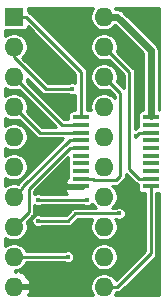
<source format=gbr>
G04 #@! TF.GenerationSoftware,KiCad,Pcbnew,(5.1.5)-3*
G04 #@! TF.CreationDate,2020-06-23T21:54:51-04:00*
G04 #@! TF.ProjectId,dip20tssop573-373,64697032-3074-4737-936f-703537332d33,rev?*
G04 #@! TF.SameCoordinates,Original*
G04 #@! TF.FileFunction,Copper,L1,Top*
G04 #@! TF.FilePolarity,Positive*
%FSLAX46Y46*%
G04 Gerber Fmt 4.6, Leading zero omitted, Abs format (unit mm)*
G04 Created by KiCad (PCBNEW (5.1.5)-3) date 2020-06-23 21:54:51*
%MOMM*%
%LPD*%
G04 APERTURE LIST*
%ADD10R,1.600000X1.600000*%
%ADD11O,1.600000X1.600000*%
%ADD12R,1.450000X0.450000*%
%ADD13C,0.400000*%
%ADD14C,0.800000*%
%ADD15C,0.250000*%
%ADD16C,0.400000*%
%ADD17C,0.600000*%
%ADD18C,0.239000*%
G04 APERTURE END LIST*
D10*
X106680000Y-71120000D03*
D11*
X114300000Y-93980000D03*
X106680000Y-73660000D03*
X114300000Y-91440000D03*
X106680000Y-76200000D03*
X114300000Y-88900000D03*
X106680000Y-78740000D03*
X114300000Y-86360000D03*
X106680000Y-81280000D03*
X114300000Y-83820000D03*
X106680000Y-83820000D03*
X114300000Y-81280000D03*
X106680000Y-86360000D03*
X114300000Y-78740000D03*
X106680000Y-88900000D03*
X114300000Y-76200000D03*
X106680000Y-91440000D03*
X114300000Y-73660000D03*
X106680000Y-93980000D03*
X114300000Y-71120000D03*
D12*
X112366000Y-79625000D03*
X112366000Y-80275000D03*
X112366000Y-80925000D03*
X112366000Y-81575000D03*
X112366000Y-82225000D03*
X112366000Y-82875000D03*
X112366000Y-83525000D03*
X112366000Y-84175000D03*
X112366000Y-84825000D03*
X112366000Y-85475000D03*
X118266000Y-85475000D03*
X118266000Y-84825000D03*
X118266000Y-84175000D03*
X118266000Y-83525000D03*
X118266000Y-82875000D03*
X118266000Y-82225000D03*
X118266000Y-81575000D03*
X118266000Y-80925000D03*
X118266000Y-80275000D03*
X118266000Y-79625000D03*
D13*
X111633000Y-77216000D03*
X118618000Y-80264000D03*
X117767100Y-82219800D03*
X111252000Y-91440000D03*
X108712000Y-86614000D03*
X116995950Y-81220050D03*
X112839500Y-86614000D03*
X117767100Y-82880200D03*
X117754400Y-81572100D03*
X108712000Y-88392000D03*
X115602801Y-87774999D03*
X111887000Y-82867500D03*
X112268000Y-83527900D03*
X117767100Y-83527900D03*
D14*
X110490000Y-85471000D03*
X110490000Y-71882000D03*
X108712000Y-73914000D03*
X108966000Y-81915000D03*
X116840000Y-74422000D03*
X118237000Y-93980000D03*
X110490000Y-93980000D03*
X110490000Y-89789000D03*
X116306600Y-89928700D03*
X117754400Y-71450200D03*
X108458000Y-79260700D03*
X110490000Y-78778100D03*
D13*
X118770400Y-84175600D03*
X112864900Y-84175600D03*
D15*
X107730000Y-71120000D02*
X106680000Y-71120000D01*
X112366000Y-75756000D02*
X107730000Y-71120000D01*
X112366000Y-79625000D02*
X112366000Y-75756000D01*
X106680000Y-74534998D02*
X109361002Y-77216000D01*
X106680000Y-73660000D02*
X106680000Y-74534998D01*
X109361002Y-77216000D02*
X111252000Y-77216000D01*
X111252000Y-77216000D02*
X111633000Y-77216000D01*
X111633000Y-77216000D02*
X111633000Y-77216000D01*
X106680000Y-91440000D02*
X111252000Y-91440000D01*
X111252000Y-91440000D02*
X111252000Y-91440000D01*
X110755000Y-80275000D02*
X106680000Y-76200000D01*
X112366000Y-80275000D02*
X110755000Y-80275000D01*
X108865000Y-80925000D02*
X106680000Y-78740000D01*
X112366000Y-80925000D02*
X108865000Y-80925000D01*
X118266000Y-85950000D02*
X118266000Y-85475000D01*
X115431370Y-93980000D02*
X118266000Y-91145370D01*
X118266000Y-91145370D02*
X118266000Y-85950000D01*
X114300000Y-93980000D02*
X115431370Y-93980000D01*
X108712000Y-86614000D02*
X111379000Y-86614000D01*
X117291000Y-80925000D02*
X116995950Y-81220050D01*
X118266000Y-80925000D02*
X117291000Y-80925000D01*
X116995950Y-81220050D02*
X116954300Y-81261700D01*
X111379000Y-86614000D02*
X112839500Y-86614000D01*
X108712000Y-88392000D02*
X111252000Y-88392000D01*
X111869001Y-87774999D02*
X115602801Y-87774999D01*
X111252000Y-88392000D02*
X111869001Y-87774999D01*
D16*
X118266000Y-79625000D02*
X118266000Y-79277000D01*
D17*
X118266000Y-73954630D02*
X118266000Y-79549999D01*
X114300000Y-71120000D02*
X115431370Y-71120000D01*
X115431370Y-71120000D02*
X118266000Y-73954630D01*
D15*
X107479999Y-85486001D02*
X111391000Y-81575000D01*
X111391000Y-81575000D02*
X112366000Y-81575000D01*
X107479999Y-85560001D02*
X107479999Y-85486001D01*
X106680000Y-86360000D02*
X107479999Y-85560001D01*
X110494000Y-85475000D02*
X110490000Y-85471000D01*
X112366000Y-85475000D02*
X110494000Y-85475000D01*
X111391000Y-82225000D02*
X112366000Y-82225000D01*
X106680000Y-88900000D02*
X107930009Y-87649991D01*
X107930009Y-85685991D02*
X111391000Y-82225000D01*
X107930009Y-87649991D02*
X107930009Y-85685991D01*
X114300000Y-76200000D02*
X115697000Y-77597000D01*
X115697000Y-84582000D02*
X115316000Y-84963000D01*
X115316000Y-84963000D02*
X113479000Y-84963000D01*
X115697000Y-77597000D02*
X115697000Y-84582000D01*
X113341000Y-84825000D02*
X112366000Y-84825000D01*
X113479000Y-84963000D02*
X113341000Y-84825000D01*
X117291000Y-84825000D02*
X118266000Y-84825000D01*
X116459000Y-83993000D02*
X117291000Y-84825000D01*
X116459000Y-75819000D02*
X116459000Y-83993000D01*
X114300000Y-73660000D02*
X116459000Y-75819000D01*
D18*
G36*
X118961500Y-94704500D02*
G01*
X115209220Y-94704500D01*
X115326649Y-94528755D01*
X115353679Y-94463500D01*
X115407631Y-94463500D01*
X115431370Y-94465838D01*
X115455109Y-94463500D01*
X115455119Y-94463500D01*
X115526152Y-94456504D01*
X115617293Y-94428857D01*
X115701288Y-94383960D01*
X115774910Y-94323540D01*
X115790049Y-94305093D01*
X118591098Y-91504045D01*
X118609540Y-91488910D01*
X118624675Y-91470468D01*
X118624679Y-91470464D01*
X118669960Y-91415289D01*
X118714857Y-91331293D01*
X118714857Y-91331292D01*
X118742504Y-91240152D01*
X118749500Y-91169119D01*
X118749500Y-91169110D01*
X118751838Y-91145371D01*
X118749500Y-91121632D01*
X118749500Y-86060234D01*
X118961500Y-86060234D01*
X118961500Y-94704500D01*
G37*
X118961500Y-94704500D02*
X115209220Y-94704500D01*
X115326649Y-94528755D01*
X115353679Y-94463500D01*
X115407631Y-94463500D01*
X115431370Y-94465838D01*
X115455109Y-94463500D01*
X115455119Y-94463500D01*
X115526152Y-94456504D01*
X115617293Y-94428857D01*
X115701288Y-94383960D01*
X115774910Y-94323540D01*
X115790049Y-94305093D01*
X118591098Y-91504045D01*
X118609540Y-91488910D01*
X118624675Y-91470468D01*
X118624679Y-91470464D01*
X118669960Y-91415289D01*
X118714857Y-91331293D01*
X118714857Y-91331292D01*
X118742504Y-91240152D01*
X118749500Y-91169119D01*
X118749500Y-91169110D01*
X118751838Y-91145371D01*
X118749500Y-91121632D01*
X118749500Y-86060234D01*
X118961500Y-86060234D01*
X118961500Y-94704500D01*
G36*
X116932321Y-85150093D02*
G01*
X116947460Y-85168540D01*
X117021082Y-85228960D01*
X117105077Y-85273857D01*
X117180766Y-85296817D01*
X117180766Y-85700000D01*
X117187688Y-85770278D01*
X117208187Y-85837856D01*
X117241476Y-85900135D01*
X117286276Y-85954724D01*
X117340865Y-85999524D01*
X117403144Y-86032813D01*
X117470722Y-86053312D01*
X117541000Y-86060234D01*
X117782501Y-86060234D01*
X117782500Y-90945097D01*
X115314514Y-93413084D01*
X115199865Y-93241500D01*
X115038500Y-93080135D01*
X114848755Y-92953351D01*
X114637922Y-92866021D01*
X114414102Y-92821500D01*
X114185898Y-92821500D01*
X113962078Y-92866021D01*
X113751245Y-92953351D01*
X113561500Y-93080135D01*
X113400135Y-93241500D01*
X113273351Y-93431245D01*
X113186021Y-93642078D01*
X113141500Y-93865898D01*
X113141500Y-94094102D01*
X113186021Y-94317922D01*
X113273351Y-94528755D01*
X113390780Y-94704500D01*
X107909738Y-94704500D01*
X108026922Y-94452836D01*
X108062613Y-94335161D01*
X107943486Y-94114500D01*
X106814500Y-94114500D01*
X106814500Y-94134500D01*
X106545500Y-94134500D01*
X106545500Y-94114500D01*
X106525500Y-94114500D01*
X106525500Y-93845500D01*
X106545500Y-93845500D01*
X106545500Y-93825500D01*
X106814500Y-93825500D01*
X106814500Y-93845500D01*
X107943486Y-93845500D01*
X108062613Y-93624839D01*
X108026922Y-93507164D01*
X107908796Y-93253478D01*
X107743448Y-93027712D01*
X107537232Y-92838542D01*
X107298073Y-92693237D01*
X107035162Y-92597382D01*
X106814502Y-92715719D01*
X106814502Y-92594442D01*
X107017922Y-92553979D01*
X107228755Y-92466649D01*
X107418500Y-92339865D01*
X107579865Y-92178500D01*
X107706649Y-91988755D01*
X107733679Y-91923500D01*
X110970336Y-91923500D01*
X110987451Y-91934936D01*
X111089092Y-91977037D01*
X111196993Y-91998500D01*
X111307007Y-91998500D01*
X111414908Y-91977037D01*
X111516549Y-91934936D01*
X111608023Y-91873815D01*
X111685815Y-91796023D01*
X111746936Y-91704549D01*
X111789037Y-91602908D01*
X111810500Y-91495007D01*
X111810500Y-91384993D01*
X111798746Y-91325898D01*
X113141500Y-91325898D01*
X113141500Y-91554102D01*
X113186021Y-91777922D01*
X113273351Y-91988755D01*
X113400135Y-92178500D01*
X113561500Y-92339865D01*
X113751245Y-92466649D01*
X113962078Y-92553979D01*
X114185898Y-92598500D01*
X114414102Y-92598500D01*
X114637922Y-92553979D01*
X114848755Y-92466649D01*
X115038500Y-92339865D01*
X115199865Y-92178500D01*
X115326649Y-91988755D01*
X115413979Y-91777922D01*
X115458500Y-91554102D01*
X115458500Y-91325898D01*
X115413979Y-91102078D01*
X115326649Y-90891245D01*
X115199865Y-90701500D01*
X115038500Y-90540135D01*
X114848755Y-90413351D01*
X114637922Y-90326021D01*
X114414102Y-90281500D01*
X114185898Y-90281500D01*
X113962078Y-90326021D01*
X113751245Y-90413351D01*
X113561500Y-90540135D01*
X113400135Y-90701500D01*
X113273351Y-90891245D01*
X113186021Y-91102078D01*
X113141500Y-91325898D01*
X111798746Y-91325898D01*
X111789037Y-91277092D01*
X111746936Y-91175451D01*
X111685815Y-91083977D01*
X111608023Y-91006185D01*
X111516549Y-90945064D01*
X111414908Y-90902963D01*
X111307007Y-90881500D01*
X111196993Y-90881500D01*
X111089092Y-90902963D01*
X110987451Y-90945064D01*
X110970336Y-90956500D01*
X107733679Y-90956500D01*
X107706649Y-90891245D01*
X107579865Y-90701500D01*
X107418500Y-90540135D01*
X107228755Y-90413351D01*
X107017922Y-90326021D01*
X106794102Y-90281500D01*
X106565898Y-90281500D01*
X106342078Y-90326021D01*
X106131245Y-90413351D01*
X105955500Y-90530780D01*
X105955500Y-89809220D01*
X106131245Y-89926649D01*
X106342078Y-90013979D01*
X106565898Y-90058500D01*
X106794102Y-90058500D01*
X107017922Y-90013979D01*
X107228755Y-89926649D01*
X107418500Y-89799865D01*
X107579865Y-89638500D01*
X107706649Y-89448755D01*
X107793979Y-89237922D01*
X107838500Y-89014102D01*
X107838500Y-88785898D01*
X107793979Y-88562078D01*
X107766949Y-88496823D01*
X108255102Y-88008670D01*
X108273549Y-87993531D01*
X108333969Y-87919909D01*
X108378866Y-87835914D01*
X108406513Y-87744773D01*
X108413509Y-87673740D01*
X108413509Y-87673737D01*
X108415848Y-87649991D01*
X108413509Y-87626245D01*
X108413509Y-87086257D01*
X108447451Y-87108936D01*
X108549092Y-87151037D01*
X108656993Y-87172500D01*
X108767007Y-87172500D01*
X108874908Y-87151037D01*
X108976549Y-87108936D01*
X108993664Y-87097500D01*
X112557836Y-87097500D01*
X112574951Y-87108936D01*
X112676592Y-87151037D01*
X112784493Y-87172500D01*
X112894507Y-87172500D01*
X113002408Y-87151037D01*
X113104049Y-87108936D01*
X113195523Y-87047815D01*
X113273315Y-86970023D01*
X113293802Y-86939362D01*
X113400135Y-87098500D01*
X113561500Y-87259865D01*
X113608843Y-87291499D01*
X111892739Y-87291499D01*
X111869000Y-87289161D01*
X111845261Y-87291499D01*
X111845252Y-87291499D01*
X111774219Y-87298495D01*
X111683078Y-87326142D01*
X111599082Y-87371039D01*
X111543907Y-87416320D01*
X111543903Y-87416324D01*
X111525461Y-87431459D01*
X111510326Y-87449901D01*
X111051728Y-87908500D01*
X108993664Y-87908500D01*
X108976549Y-87897064D01*
X108874908Y-87854963D01*
X108767007Y-87833500D01*
X108656993Y-87833500D01*
X108549092Y-87854963D01*
X108447451Y-87897064D01*
X108355977Y-87958185D01*
X108278185Y-88035977D01*
X108217064Y-88127451D01*
X108174963Y-88229092D01*
X108153500Y-88336993D01*
X108153500Y-88447007D01*
X108174963Y-88554908D01*
X108217064Y-88656549D01*
X108278185Y-88748023D01*
X108355977Y-88825815D01*
X108447451Y-88886936D01*
X108549092Y-88929037D01*
X108656993Y-88950500D01*
X108767007Y-88950500D01*
X108874908Y-88929037D01*
X108976549Y-88886936D01*
X108993664Y-88875500D01*
X111228261Y-88875500D01*
X111252000Y-88877838D01*
X111275739Y-88875500D01*
X111275749Y-88875500D01*
X111346782Y-88868504D01*
X111437923Y-88840857D01*
X111521918Y-88795960D01*
X111595540Y-88735540D01*
X111610679Y-88717093D01*
X112069274Y-88258499D01*
X113335322Y-88258499D01*
X113273351Y-88351245D01*
X113186021Y-88562078D01*
X113141500Y-88785898D01*
X113141500Y-89014102D01*
X113186021Y-89237922D01*
X113273351Y-89448755D01*
X113400135Y-89638500D01*
X113561500Y-89799865D01*
X113751245Y-89926649D01*
X113962078Y-90013979D01*
X114185898Y-90058500D01*
X114414102Y-90058500D01*
X114637922Y-90013979D01*
X114848755Y-89926649D01*
X115038500Y-89799865D01*
X115199865Y-89638500D01*
X115326649Y-89448755D01*
X115413979Y-89237922D01*
X115458500Y-89014102D01*
X115458500Y-88785898D01*
X115413979Y-88562078D01*
X115326649Y-88351245D01*
X115264678Y-88258499D01*
X115321137Y-88258499D01*
X115338252Y-88269935D01*
X115439893Y-88312036D01*
X115547794Y-88333499D01*
X115657808Y-88333499D01*
X115765709Y-88312036D01*
X115867350Y-88269935D01*
X115958824Y-88208814D01*
X116036616Y-88131022D01*
X116097737Y-88039548D01*
X116139838Y-87937907D01*
X116161301Y-87830006D01*
X116161301Y-87719992D01*
X116139838Y-87612091D01*
X116097737Y-87510450D01*
X116036616Y-87418976D01*
X115958824Y-87341184D01*
X115867350Y-87280063D01*
X115765709Y-87237962D01*
X115657808Y-87216499D01*
X115547794Y-87216499D01*
X115439893Y-87237962D01*
X115338252Y-87280063D01*
X115321137Y-87291499D01*
X114991157Y-87291499D01*
X115038500Y-87259865D01*
X115199865Y-87098500D01*
X115326649Y-86908755D01*
X115413979Y-86697922D01*
X115458500Y-86474102D01*
X115458500Y-86245898D01*
X115413979Y-86022078D01*
X115326649Y-85811245D01*
X115199865Y-85621500D01*
X115038500Y-85460135D01*
X115018094Y-85446500D01*
X115292261Y-85446500D01*
X115316000Y-85448838D01*
X115339739Y-85446500D01*
X115339749Y-85446500D01*
X115410782Y-85439504D01*
X115501923Y-85411857D01*
X115585918Y-85366960D01*
X115659540Y-85306540D01*
X115674679Y-85288093D01*
X116022093Y-84940679D01*
X116040540Y-84925540D01*
X116100960Y-84851918D01*
X116145857Y-84767923D01*
X116173504Y-84676782D01*
X116180500Y-84605749D01*
X116180500Y-84605740D01*
X116182838Y-84582001D01*
X116180500Y-84558262D01*
X116180500Y-84398272D01*
X116932321Y-85150093D01*
G37*
X116932321Y-85150093D02*
X116947460Y-85168540D01*
X117021082Y-85228960D01*
X117105077Y-85273857D01*
X117180766Y-85296817D01*
X117180766Y-85700000D01*
X117187688Y-85770278D01*
X117208187Y-85837856D01*
X117241476Y-85900135D01*
X117286276Y-85954724D01*
X117340865Y-85999524D01*
X117403144Y-86032813D01*
X117470722Y-86053312D01*
X117541000Y-86060234D01*
X117782501Y-86060234D01*
X117782500Y-90945097D01*
X115314514Y-93413084D01*
X115199865Y-93241500D01*
X115038500Y-93080135D01*
X114848755Y-92953351D01*
X114637922Y-92866021D01*
X114414102Y-92821500D01*
X114185898Y-92821500D01*
X113962078Y-92866021D01*
X113751245Y-92953351D01*
X113561500Y-93080135D01*
X113400135Y-93241500D01*
X113273351Y-93431245D01*
X113186021Y-93642078D01*
X113141500Y-93865898D01*
X113141500Y-94094102D01*
X113186021Y-94317922D01*
X113273351Y-94528755D01*
X113390780Y-94704500D01*
X107909738Y-94704500D01*
X108026922Y-94452836D01*
X108062613Y-94335161D01*
X107943486Y-94114500D01*
X106814500Y-94114500D01*
X106814500Y-94134500D01*
X106545500Y-94134500D01*
X106545500Y-94114500D01*
X106525500Y-94114500D01*
X106525500Y-93845500D01*
X106545500Y-93845500D01*
X106545500Y-93825500D01*
X106814500Y-93825500D01*
X106814500Y-93845500D01*
X107943486Y-93845500D01*
X108062613Y-93624839D01*
X108026922Y-93507164D01*
X107908796Y-93253478D01*
X107743448Y-93027712D01*
X107537232Y-92838542D01*
X107298073Y-92693237D01*
X107035162Y-92597382D01*
X106814502Y-92715719D01*
X106814502Y-92594442D01*
X107017922Y-92553979D01*
X107228755Y-92466649D01*
X107418500Y-92339865D01*
X107579865Y-92178500D01*
X107706649Y-91988755D01*
X107733679Y-91923500D01*
X110970336Y-91923500D01*
X110987451Y-91934936D01*
X111089092Y-91977037D01*
X111196993Y-91998500D01*
X111307007Y-91998500D01*
X111414908Y-91977037D01*
X111516549Y-91934936D01*
X111608023Y-91873815D01*
X111685815Y-91796023D01*
X111746936Y-91704549D01*
X111789037Y-91602908D01*
X111810500Y-91495007D01*
X111810500Y-91384993D01*
X111798746Y-91325898D01*
X113141500Y-91325898D01*
X113141500Y-91554102D01*
X113186021Y-91777922D01*
X113273351Y-91988755D01*
X113400135Y-92178500D01*
X113561500Y-92339865D01*
X113751245Y-92466649D01*
X113962078Y-92553979D01*
X114185898Y-92598500D01*
X114414102Y-92598500D01*
X114637922Y-92553979D01*
X114848755Y-92466649D01*
X115038500Y-92339865D01*
X115199865Y-92178500D01*
X115326649Y-91988755D01*
X115413979Y-91777922D01*
X115458500Y-91554102D01*
X115458500Y-91325898D01*
X115413979Y-91102078D01*
X115326649Y-90891245D01*
X115199865Y-90701500D01*
X115038500Y-90540135D01*
X114848755Y-90413351D01*
X114637922Y-90326021D01*
X114414102Y-90281500D01*
X114185898Y-90281500D01*
X113962078Y-90326021D01*
X113751245Y-90413351D01*
X113561500Y-90540135D01*
X113400135Y-90701500D01*
X113273351Y-90891245D01*
X113186021Y-91102078D01*
X113141500Y-91325898D01*
X111798746Y-91325898D01*
X111789037Y-91277092D01*
X111746936Y-91175451D01*
X111685815Y-91083977D01*
X111608023Y-91006185D01*
X111516549Y-90945064D01*
X111414908Y-90902963D01*
X111307007Y-90881500D01*
X111196993Y-90881500D01*
X111089092Y-90902963D01*
X110987451Y-90945064D01*
X110970336Y-90956500D01*
X107733679Y-90956500D01*
X107706649Y-90891245D01*
X107579865Y-90701500D01*
X107418500Y-90540135D01*
X107228755Y-90413351D01*
X107017922Y-90326021D01*
X106794102Y-90281500D01*
X106565898Y-90281500D01*
X106342078Y-90326021D01*
X106131245Y-90413351D01*
X105955500Y-90530780D01*
X105955500Y-89809220D01*
X106131245Y-89926649D01*
X106342078Y-90013979D01*
X106565898Y-90058500D01*
X106794102Y-90058500D01*
X107017922Y-90013979D01*
X107228755Y-89926649D01*
X107418500Y-89799865D01*
X107579865Y-89638500D01*
X107706649Y-89448755D01*
X107793979Y-89237922D01*
X107838500Y-89014102D01*
X107838500Y-88785898D01*
X107793979Y-88562078D01*
X107766949Y-88496823D01*
X108255102Y-88008670D01*
X108273549Y-87993531D01*
X108333969Y-87919909D01*
X108378866Y-87835914D01*
X108406513Y-87744773D01*
X108413509Y-87673740D01*
X108413509Y-87673737D01*
X108415848Y-87649991D01*
X108413509Y-87626245D01*
X108413509Y-87086257D01*
X108447451Y-87108936D01*
X108549092Y-87151037D01*
X108656993Y-87172500D01*
X108767007Y-87172500D01*
X108874908Y-87151037D01*
X108976549Y-87108936D01*
X108993664Y-87097500D01*
X112557836Y-87097500D01*
X112574951Y-87108936D01*
X112676592Y-87151037D01*
X112784493Y-87172500D01*
X112894507Y-87172500D01*
X113002408Y-87151037D01*
X113104049Y-87108936D01*
X113195523Y-87047815D01*
X113273315Y-86970023D01*
X113293802Y-86939362D01*
X113400135Y-87098500D01*
X113561500Y-87259865D01*
X113608843Y-87291499D01*
X111892739Y-87291499D01*
X111869000Y-87289161D01*
X111845261Y-87291499D01*
X111845252Y-87291499D01*
X111774219Y-87298495D01*
X111683078Y-87326142D01*
X111599082Y-87371039D01*
X111543907Y-87416320D01*
X111543903Y-87416324D01*
X111525461Y-87431459D01*
X111510326Y-87449901D01*
X111051728Y-87908500D01*
X108993664Y-87908500D01*
X108976549Y-87897064D01*
X108874908Y-87854963D01*
X108767007Y-87833500D01*
X108656993Y-87833500D01*
X108549092Y-87854963D01*
X108447451Y-87897064D01*
X108355977Y-87958185D01*
X108278185Y-88035977D01*
X108217064Y-88127451D01*
X108174963Y-88229092D01*
X108153500Y-88336993D01*
X108153500Y-88447007D01*
X108174963Y-88554908D01*
X108217064Y-88656549D01*
X108278185Y-88748023D01*
X108355977Y-88825815D01*
X108447451Y-88886936D01*
X108549092Y-88929037D01*
X108656993Y-88950500D01*
X108767007Y-88950500D01*
X108874908Y-88929037D01*
X108976549Y-88886936D01*
X108993664Y-88875500D01*
X111228261Y-88875500D01*
X111252000Y-88877838D01*
X111275739Y-88875500D01*
X111275749Y-88875500D01*
X111346782Y-88868504D01*
X111437923Y-88840857D01*
X111521918Y-88795960D01*
X111595540Y-88735540D01*
X111610679Y-88717093D01*
X112069274Y-88258499D01*
X113335322Y-88258499D01*
X113273351Y-88351245D01*
X113186021Y-88562078D01*
X113141500Y-88785898D01*
X113141500Y-89014102D01*
X113186021Y-89237922D01*
X113273351Y-89448755D01*
X113400135Y-89638500D01*
X113561500Y-89799865D01*
X113751245Y-89926649D01*
X113962078Y-90013979D01*
X114185898Y-90058500D01*
X114414102Y-90058500D01*
X114637922Y-90013979D01*
X114848755Y-89926649D01*
X115038500Y-89799865D01*
X115199865Y-89638500D01*
X115326649Y-89448755D01*
X115413979Y-89237922D01*
X115458500Y-89014102D01*
X115458500Y-88785898D01*
X115413979Y-88562078D01*
X115326649Y-88351245D01*
X115264678Y-88258499D01*
X115321137Y-88258499D01*
X115338252Y-88269935D01*
X115439893Y-88312036D01*
X115547794Y-88333499D01*
X115657808Y-88333499D01*
X115765709Y-88312036D01*
X115867350Y-88269935D01*
X115958824Y-88208814D01*
X116036616Y-88131022D01*
X116097737Y-88039548D01*
X116139838Y-87937907D01*
X116161301Y-87830006D01*
X116161301Y-87719992D01*
X116139838Y-87612091D01*
X116097737Y-87510450D01*
X116036616Y-87418976D01*
X115958824Y-87341184D01*
X115867350Y-87280063D01*
X115765709Y-87237962D01*
X115657808Y-87216499D01*
X115547794Y-87216499D01*
X115439893Y-87237962D01*
X115338252Y-87280063D01*
X115321137Y-87291499D01*
X114991157Y-87291499D01*
X115038500Y-87259865D01*
X115199865Y-87098500D01*
X115326649Y-86908755D01*
X115413979Y-86697922D01*
X115458500Y-86474102D01*
X115458500Y-86245898D01*
X115413979Y-86022078D01*
X115326649Y-85811245D01*
X115199865Y-85621500D01*
X115038500Y-85460135D01*
X115018094Y-85446500D01*
X115292261Y-85446500D01*
X115316000Y-85448838D01*
X115339739Y-85446500D01*
X115339749Y-85446500D01*
X115410782Y-85439504D01*
X115501923Y-85411857D01*
X115585918Y-85366960D01*
X115659540Y-85306540D01*
X115674679Y-85288093D01*
X116022093Y-84940679D01*
X116040540Y-84925540D01*
X116100960Y-84851918D01*
X116145857Y-84767923D01*
X116173504Y-84676782D01*
X116180500Y-84605749D01*
X116180500Y-84605740D01*
X116182838Y-84582001D01*
X116180500Y-84558262D01*
X116180500Y-84398272D01*
X116932321Y-85150093D01*
G36*
X111280766Y-83100000D02*
G01*
X111287688Y-83170278D01*
X111296704Y-83200000D01*
X111287688Y-83229722D01*
X111280766Y-83300000D01*
X111280766Y-83750000D01*
X111287688Y-83820278D01*
X111296704Y-83850000D01*
X111287688Y-83879722D01*
X111280766Y-83950000D01*
X111280766Y-84400000D01*
X111287688Y-84470278D01*
X111296704Y-84500000D01*
X111287688Y-84529722D01*
X111280766Y-84600000D01*
X111280766Y-84734869D01*
X111203236Y-84796196D01*
X111123114Y-84890319D01*
X111062895Y-84998265D01*
X111024892Y-85115885D01*
X111013500Y-85212625D01*
X111170375Y-85369500D01*
X111478237Y-85369500D01*
X111503144Y-85382813D01*
X111570722Y-85403312D01*
X111641000Y-85410234D01*
X112520500Y-85410234D01*
X112520500Y-85580500D01*
X112500500Y-85580500D01*
X112500500Y-85629500D01*
X112231500Y-85629500D01*
X112231500Y-85580500D01*
X111170375Y-85580500D01*
X111013500Y-85737375D01*
X111024892Y-85834115D01*
X111062895Y-85951735D01*
X111123114Y-86059681D01*
X111183399Y-86130500D01*
X108993664Y-86130500D01*
X108976549Y-86119064D01*
X108874908Y-86076963D01*
X108767007Y-86055500D01*
X108656993Y-86055500D01*
X108549092Y-86076963D01*
X108447451Y-86119064D01*
X108413509Y-86141743D01*
X108413509Y-85886263D01*
X111280766Y-83019006D01*
X111280766Y-83100000D01*
G37*
X111280766Y-83100000D02*
X111287688Y-83170278D01*
X111296704Y-83200000D01*
X111287688Y-83229722D01*
X111280766Y-83300000D01*
X111280766Y-83750000D01*
X111287688Y-83820278D01*
X111296704Y-83850000D01*
X111287688Y-83879722D01*
X111280766Y-83950000D01*
X111280766Y-84400000D01*
X111287688Y-84470278D01*
X111296704Y-84500000D01*
X111287688Y-84529722D01*
X111280766Y-84600000D01*
X111280766Y-84734869D01*
X111203236Y-84796196D01*
X111123114Y-84890319D01*
X111062895Y-84998265D01*
X111024892Y-85115885D01*
X111013500Y-85212625D01*
X111170375Y-85369500D01*
X111478237Y-85369500D01*
X111503144Y-85382813D01*
X111570722Y-85403312D01*
X111641000Y-85410234D01*
X112520500Y-85410234D01*
X112520500Y-85580500D01*
X112500500Y-85580500D01*
X112500500Y-85629500D01*
X112231500Y-85629500D01*
X112231500Y-85580500D01*
X111170375Y-85580500D01*
X111013500Y-85737375D01*
X111024892Y-85834115D01*
X111062895Y-85951735D01*
X111123114Y-86059681D01*
X111183399Y-86130500D01*
X108993664Y-86130500D01*
X108976549Y-86119064D01*
X108874908Y-86076963D01*
X108767007Y-86055500D01*
X108656993Y-86055500D01*
X108549092Y-86076963D01*
X108447451Y-86119064D01*
X108413509Y-86141743D01*
X108413509Y-85886263D01*
X111280766Y-83019006D01*
X111280766Y-83100000D01*
G36*
X106131245Y-79766649D02*
G01*
X106342078Y-79853979D01*
X106565898Y-79898500D01*
X106794102Y-79898500D01*
X107017922Y-79853979D01*
X107083177Y-79826949D01*
X108506320Y-81250092D01*
X108521460Y-81268540D01*
X108595082Y-81328960D01*
X108679077Y-81373857D01*
X108770218Y-81401504D01*
X108841251Y-81408500D01*
X108841254Y-81408500D01*
X108865000Y-81410839D01*
X108888746Y-81408500D01*
X110873728Y-81408500D01*
X107154905Y-85127323D01*
X107136459Y-85142461D01*
X107076039Y-85216083D01*
X107052402Y-85260303D01*
X107017922Y-85246021D01*
X106794102Y-85201500D01*
X106565898Y-85201500D01*
X106342078Y-85246021D01*
X106131245Y-85333351D01*
X105955500Y-85450780D01*
X105955500Y-84729220D01*
X106131245Y-84846649D01*
X106342078Y-84933979D01*
X106565898Y-84978500D01*
X106794102Y-84978500D01*
X107017922Y-84933979D01*
X107228755Y-84846649D01*
X107418500Y-84719865D01*
X107579865Y-84558500D01*
X107706649Y-84368755D01*
X107793979Y-84157922D01*
X107838500Y-83934102D01*
X107838500Y-83705898D01*
X107793979Y-83482078D01*
X107706649Y-83271245D01*
X107579865Y-83081500D01*
X107418500Y-82920135D01*
X107228755Y-82793351D01*
X107017922Y-82706021D01*
X106794102Y-82661500D01*
X106565898Y-82661500D01*
X106342078Y-82706021D01*
X106131245Y-82793351D01*
X105955500Y-82910780D01*
X105955500Y-82189220D01*
X106131245Y-82306649D01*
X106342078Y-82393979D01*
X106565898Y-82438500D01*
X106794102Y-82438500D01*
X107017922Y-82393979D01*
X107228755Y-82306649D01*
X107418500Y-82179865D01*
X107579865Y-82018500D01*
X107706649Y-81828755D01*
X107793979Y-81617922D01*
X107838500Y-81394102D01*
X107838500Y-81165898D01*
X107793979Y-80942078D01*
X107706649Y-80731245D01*
X107579865Y-80541500D01*
X107418500Y-80380135D01*
X107228755Y-80253351D01*
X107017922Y-80166021D01*
X106794102Y-80121500D01*
X106565898Y-80121500D01*
X106342078Y-80166021D01*
X106131245Y-80253351D01*
X105955500Y-80370780D01*
X105955500Y-79649220D01*
X106131245Y-79766649D01*
G37*
X106131245Y-79766649D02*
X106342078Y-79853979D01*
X106565898Y-79898500D01*
X106794102Y-79898500D01*
X107017922Y-79853979D01*
X107083177Y-79826949D01*
X108506320Y-81250092D01*
X108521460Y-81268540D01*
X108595082Y-81328960D01*
X108679077Y-81373857D01*
X108770218Y-81401504D01*
X108841251Y-81408500D01*
X108841254Y-81408500D01*
X108865000Y-81410839D01*
X108888746Y-81408500D01*
X110873728Y-81408500D01*
X107154905Y-85127323D01*
X107136459Y-85142461D01*
X107076039Y-85216083D01*
X107052402Y-85260303D01*
X107017922Y-85246021D01*
X106794102Y-85201500D01*
X106565898Y-85201500D01*
X106342078Y-85246021D01*
X106131245Y-85333351D01*
X105955500Y-85450780D01*
X105955500Y-84729220D01*
X106131245Y-84846649D01*
X106342078Y-84933979D01*
X106565898Y-84978500D01*
X106794102Y-84978500D01*
X107017922Y-84933979D01*
X107228755Y-84846649D01*
X107418500Y-84719865D01*
X107579865Y-84558500D01*
X107706649Y-84368755D01*
X107793979Y-84157922D01*
X107838500Y-83934102D01*
X107838500Y-83705898D01*
X107793979Y-83482078D01*
X107706649Y-83271245D01*
X107579865Y-83081500D01*
X107418500Y-82920135D01*
X107228755Y-82793351D01*
X107017922Y-82706021D01*
X106794102Y-82661500D01*
X106565898Y-82661500D01*
X106342078Y-82706021D01*
X106131245Y-82793351D01*
X105955500Y-82910780D01*
X105955500Y-82189220D01*
X106131245Y-82306649D01*
X106342078Y-82393979D01*
X106565898Y-82438500D01*
X106794102Y-82438500D01*
X107017922Y-82393979D01*
X107228755Y-82306649D01*
X107418500Y-82179865D01*
X107579865Y-82018500D01*
X107706649Y-81828755D01*
X107793979Y-81617922D01*
X107838500Y-81394102D01*
X107838500Y-81165898D01*
X107793979Y-80942078D01*
X107706649Y-80731245D01*
X107579865Y-80541500D01*
X107418500Y-80380135D01*
X107228755Y-80253351D01*
X107017922Y-80166021D01*
X106794102Y-80121500D01*
X106565898Y-80121500D01*
X106342078Y-80166021D01*
X106131245Y-80253351D01*
X105955500Y-80370780D01*
X105955500Y-79649220D01*
X106131245Y-79766649D01*
G36*
X113273351Y-70571245D02*
G01*
X113186021Y-70782078D01*
X113141500Y-71005898D01*
X113141500Y-71234102D01*
X113186021Y-71457922D01*
X113273351Y-71668755D01*
X113400135Y-71858500D01*
X113561500Y-72019865D01*
X113751245Y-72146649D01*
X113962078Y-72233979D01*
X114185898Y-72278500D01*
X114414102Y-72278500D01*
X114637922Y-72233979D01*
X114848755Y-72146649D01*
X115038500Y-72019865D01*
X115199865Y-71858500D01*
X115215384Y-71835274D01*
X117607500Y-74227390D01*
X117607501Y-79039766D01*
X117541000Y-79039766D01*
X117470722Y-79046688D01*
X117403144Y-79067187D01*
X117340865Y-79100476D01*
X117286276Y-79145276D01*
X117241476Y-79199865D01*
X117208187Y-79262144D01*
X117187688Y-79329722D01*
X117180766Y-79400000D01*
X117180766Y-79850000D01*
X117187688Y-79920278D01*
X117196704Y-79950000D01*
X117187688Y-79979722D01*
X117180766Y-80050000D01*
X117180766Y-80453183D01*
X117105077Y-80476143D01*
X117021081Y-80521040D01*
X117011932Y-80528549D01*
X116947460Y-80581460D01*
X116942500Y-80587504D01*
X116942500Y-75842738D01*
X116944838Y-75818999D01*
X116942500Y-75795260D01*
X116942500Y-75795251D01*
X116935504Y-75724218D01*
X116907857Y-75633077D01*
X116862960Y-75549081D01*
X116817679Y-75493906D01*
X116817675Y-75493902D01*
X116802540Y-75475460D01*
X116784098Y-75460325D01*
X115386949Y-74063177D01*
X115413979Y-73997922D01*
X115458500Y-73774102D01*
X115458500Y-73545898D01*
X115413979Y-73322078D01*
X115326649Y-73111245D01*
X115199865Y-72921500D01*
X115038500Y-72760135D01*
X114848755Y-72633351D01*
X114637922Y-72546021D01*
X114414102Y-72501500D01*
X114185898Y-72501500D01*
X113962078Y-72546021D01*
X113751245Y-72633351D01*
X113561500Y-72760135D01*
X113400135Y-72921500D01*
X113273351Y-73111245D01*
X113186021Y-73322078D01*
X113141500Y-73545898D01*
X113141500Y-73774102D01*
X113186021Y-73997922D01*
X113273351Y-74208755D01*
X113400135Y-74398500D01*
X113561500Y-74559865D01*
X113751245Y-74686649D01*
X113962078Y-74773979D01*
X114185898Y-74818500D01*
X114414102Y-74818500D01*
X114637922Y-74773979D01*
X114703177Y-74746949D01*
X115975500Y-76019273D01*
X115975500Y-77191728D01*
X115386949Y-76603177D01*
X115413979Y-76537922D01*
X115458500Y-76314102D01*
X115458500Y-76085898D01*
X115413979Y-75862078D01*
X115326649Y-75651245D01*
X115199865Y-75461500D01*
X115038500Y-75300135D01*
X114848755Y-75173351D01*
X114637922Y-75086021D01*
X114414102Y-75041500D01*
X114185898Y-75041500D01*
X113962078Y-75086021D01*
X113751245Y-75173351D01*
X113561500Y-75300135D01*
X113400135Y-75461500D01*
X113273351Y-75651245D01*
X113186021Y-75862078D01*
X113141500Y-76085898D01*
X113141500Y-76314102D01*
X113186021Y-76537922D01*
X113273351Y-76748755D01*
X113400135Y-76938500D01*
X113561500Y-77099865D01*
X113751245Y-77226649D01*
X113962078Y-77313979D01*
X114185898Y-77358500D01*
X114414102Y-77358500D01*
X114637922Y-77313979D01*
X114703177Y-77286949D01*
X115213500Y-77797272D01*
X115213500Y-78021906D01*
X115199865Y-78001500D01*
X115038500Y-77840135D01*
X114848755Y-77713351D01*
X114637922Y-77626021D01*
X114414102Y-77581500D01*
X114185898Y-77581500D01*
X113962078Y-77626021D01*
X113751245Y-77713351D01*
X113561500Y-77840135D01*
X113400135Y-78001500D01*
X113273351Y-78191245D01*
X113186021Y-78402078D01*
X113141500Y-78625898D01*
X113141500Y-78854102D01*
X113180998Y-79052670D01*
X113161278Y-79046688D01*
X113091000Y-79039766D01*
X112849500Y-79039766D01*
X112849500Y-75779738D01*
X112851838Y-75755999D01*
X112849500Y-75732260D01*
X112849500Y-75732251D01*
X112842504Y-75661218D01*
X112814857Y-75570077D01*
X112803634Y-75549081D01*
X112769960Y-75486081D01*
X112724679Y-75430906D01*
X112724675Y-75430902D01*
X112709540Y-75412460D01*
X112691098Y-75397325D01*
X108088679Y-70794907D01*
X108073540Y-70776460D01*
X107999918Y-70716040D01*
X107915923Y-70671143D01*
X107840234Y-70648183D01*
X107840234Y-70395500D01*
X113390780Y-70395500D01*
X113273351Y-70571245D01*
G37*
X113273351Y-70571245D02*
X113186021Y-70782078D01*
X113141500Y-71005898D01*
X113141500Y-71234102D01*
X113186021Y-71457922D01*
X113273351Y-71668755D01*
X113400135Y-71858500D01*
X113561500Y-72019865D01*
X113751245Y-72146649D01*
X113962078Y-72233979D01*
X114185898Y-72278500D01*
X114414102Y-72278500D01*
X114637922Y-72233979D01*
X114848755Y-72146649D01*
X115038500Y-72019865D01*
X115199865Y-71858500D01*
X115215384Y-71835274D01*
X117607500Y-74227390D01*
X117607501Y-79039766D01*
X117541000Y-79039766D01*
X117470722Y-79046688D01*
X117403144Y-79067187D01*
X117340865Y-79100476D01*
X117286276Y-79145276D01*
X117241476Y-79199865D01*
X117208187Y-79262144D01*
X117187688Y-79329722D01*
X117180766Y-79400000D01*
X117180766Y-79850000D01*
X117187688Y-79920278D01*
X117196704Y-79950000D01*
X117187688Y-79979722D01*
X117180766Y-80050000D01*
X117180766Y-80453183D01*
X117105077Y-80476143D01*
X117021081Y-80521040D01*
X117011932Y-80528549D01*
X116947460Y-80581460D01*
X116942500Y-80587504D01*
X116942500Y-75842738D01*
X116944838Y-75818999D01*
X116942500Y-75795260D01*
X116942500Y-75795251D01*
X116935504Y-75724218D01*
X116907857Y-75633077D01*
X116862960Y-75549081D01*
X116817679Y-75493906D01*
X116817675Y-75493902D01*
X116802540Y-75475460D01*
X116784098Y-75460325D01*
X115386949Y-74063177D01*
X115413979Y-73997922D01*
X115458500Y-73774102D01*
X115458500Y-73545898D01*
X115413979Y-73322078D01*
X115326649Y-73111245D01*
X115199865Y-72921500D01*
X115038500Y-72760135D01*
X114848755Y-72633351D01*
X114637922Y-72546021D01*
X114414102Y-72501500D01*
X114185898Y-72501500D01*
X113962078Y-72546021D01*
X113751245Y-72633351D01*
X113561500Y-72760135D01*
X113400135Y-72921500D01*
X113273351Y-73111245D01*
X113186021Y-73322078D01*
X113141500Y-73545898D01*
X113141500Y-73774102D01*
X113186021Y-73997922D01*
X113273351Y-74208755D01*
X113400135Y-74398500D01*
X113561500Y-74559865D01*
X113751245Y-74686649D01*
X113962078Y-74773979D01*
X114185898Y-74818500D01*
X114414102Y-74818500D01*
X114637922Y-74773979D01*
X114703177Y-74746949D01*
X115975500Y-76019273D01*
X115975500Y-77191728D01*
X115386949Y-76603177D01*
X115413979Y-76537922D01*
X115458500Y-76314102D01*
X115458500Y-76085898D01*
X115413979Y-75862078D01*
X115326649Y-75651245D01*
X115199865Y-75461500D01*
X115038500Y-75300135D01*
X114848755Y-75173351D01*
X114637922Y-75086021D01*
X114414102Y-75041500D01*
X114185898Y-75041500D01*
X113962078Y-75086021D01*
X113751245Y-75173351D01*
X113561500Y-75300135D01*
X113400135Y-75461500D01*
X113273351Y-75651245D01*
X113186021Y-75862078D01*
X113141500Y-76085898D01*
X113141500Y-76314102D01*
X113186021Y-76537922D01*
X113273351Y-76748755D01*
X113400135Y-76938500D01*
X113561500Y-77099865D01*
X113751245Y-77226649D01*
X113962078Y-77313979D01*
X114185898Y-77358500D01*
X114414102Y-77358500D01*
X114637922Y-77313979D01*
X114703177Y-77286949D01*
X115213500Y-77797272D01*
X115213500Y-78021906D01*
X115199865Y-78001500D01*
X115038500Y-77840135D01*
X114848755Y-77713351D01*
X114637922Y-77626021D01*
X114414102Y-77581500D01*
X114185898Y-77581500D01*
X113962078Y-77626021D01*
X113751245Y-77713351D01*
X113561500Y-77840135D01*
X113400135Y-78001500D01*
X113273351Y-78191245D01*
X113186021Y-78402078D01*
X113141500Y-78625898D01*
X113141500Y-78854102D01*
X113180998Y-79052670D01*
X113161278Y-79046688D01*
X113091000Y-79039766D01*
X112849500Y-79039766D01*
X112849500Y-75779738D01*
X112851838Y-75755999D01*
X112849500Y-75732260D01*
X112849500Y-75732251D01*
X112842504Y-75661218D01*
X112814857Y-75570077D01*
X112803634Y-75549081D01*
X112769960Y-75486081D01*
X112724679Y-75430906D01*
X112724675Y-75430902D01*
X112709540Y-75412460D01*
X112691098Y-75397325D01*
X108088679Y-70794907D01*
X108073540Y-70776460D01*
X107999918Y-70716040D01*
X107915923Y-70671143D01*
X107840234Y-70648183D01*
X107840234Y-70395500D01*
X113390780Y-70395500D01*
X113273351Y-70571245D01*
G36*
X106131245Y-77226649D02*
G01*
X106342078Y-77313979D01*
X106565898Y-77358500D01*
X106794102Y-77358500D01*
X107017922Y-77313979D01*
X107083177Y-77286949D01*
X110237727Y-80441500D01*
X109065272Y-80441500D01*
X107766949Y-79143177D01*
X107793979Y-79077922D01*
X107838500Y-78854102D01*
X107838500Y-78625898D01*
X107793979Y-78402078D01*
X107706649Y-78191245D01*
X107579865Y-78001500D01*
X107418500Y-77840135D01*
X107228755Y-77713351D01*
X107017922Y-77626021D01*
X106794102Y-77581500D01*
X106565898Y-77581500D01*
X106342078Y-77626021D01*
X106131245Y-77713351D01*
X105955500Y-77830780D01*
X105955500Y-77109220D01*
X106131245Y-77226649D01*
G37*
X106131245Y-77226649D02*
X106342078Y-77313979D01*
X106565898Y-77358500D01*
X106794102Y-77358500D01*
X107017922Y-77313979D01*
X107083177Y-77286949D01*
X110237727Y-80441500D01*
X109065272Y-80441500D01*
X107766949Y-79143177D01*
X107793979Y-79077922D01*
X107838500Y-78854102D01*
X107838500Y-78625898D01*
X107793979Y-78402078D01*
X107706649Y-78191245D01*
X107579865Y-78001500D01*
X107418500Y-77840135D01*
X107228755Y-77713351D01*
X107017922Y-77626021D01*
X106794102Y-77581500D01*
X106565898Y-77581500D01*
X106342078Y-77626021D01*
X106131245Y-77713351D01*
X105955500Y-77830780D01*
X105955500Y-77109220D01*
X106131245Y-77226649D01*
G36*
X109002323Y-77541093D02*
G01*
X109017462Y-77559540D01*
X109091084Y-77619960D01*
X109175079Y-77664857D01*
X109266220Y-77692504D01*
X109337253Y-77699500D01*
X109337262Y-77699500D01*
X109361001Y-77701838D01*
X109384740Y-77699500D01*
X111351336Y-77699500D01*
X111368451Y-77710936D01*
X111470092Y-77753037D01*
X111577993Y-77774500D01*
X111688007Y-77774500D01*
X111795908Y-77753037D01*
X111882500Y-77717169D01*
X111882500Y-79039766D01*
X111641000Y-79039766D01*
X111570722Y-79046688D01*
X111503144Y-79067187D01*
X111440865Y-79100476D01*
X111386276Y-79145276D01*
X111341476Y-79199865D01*
X111308187Y-79262144D01*
X111287688Y-79329722D01*
X111280766Y-79400000D01*
X111280766Y-79791500D01*
X110955273Y-79791500D01*
X107766949Y-76603177D01*
X107793979Y-76537922D01*
X107828020Y-76366790D01*
X109002323Y-77541093D01*
G37*
X109002323Y-77541093D02*
X109017462Y-77559540D01*
X109091084Y-77619960D01*
X109175079Y-77664857D01*
X109266220Y-77692504D01*
X109337253Y-77699500D01*
X109337262Y-77699500D01*
X109361001Y-77701838D01*
X109384740Y-77699500D01*
X111351336Y-77699500D01*
X111368451Y-77710936D01*
X111470092Y-77753037D01*
X111577993Y-77774500D01*
X111688007Y-77774500D01*
X111795908Y-77753037D01*
X111882500Y-77717169D01*
X111882500Y-79039766D01*
X111641000Y-79039766D01*
X111570722Y-79046688D01*
X111503144Y-79067187D01*
X111440865Y-79100476D01*
X111386276Y-79145276D01*
X111341476Y-79199865D01*
X111308187Y-79262144D01*
X111287688Y-79329722D01*
X111280766Y-79400000D01*
X111280766Y-79791500D01*
X110955273Y-79791500D01*
X107766949Y-76603177D01*
X107793979Y-76537922D01*
X107828020Y-76366790D01*
X109002323Y-77541093D01*
G36*
X118961501Y-79039766D02*
G01*
X118924500Y-79039766D01*
X118924500Y-73986975D01*
X118927686Y-73954629D01*
X118916979Y-73845922D01*
X118914972Y-73825541D01*
X118877318Y-73701414D01*
X118816172Y-73587017D01*
X118733883Y-73486747D01*
X118708757Y-73466127D01*
X115919879Y-70677250D01*
X115899253Y-70652117D01*
X115798983Y-70569828D01*
X115684586Y-70508682D01*
X115560459Y-70471028D01*
X115463718Y-70461500D01*
X115463716Y-70461500D01*
X115431370Y-70458314D01*
X115399024Y-70461500D01*
X115253319Y-70461500D01*
X115209220Y-70395500D01*
X118961501Y-70395500D01*
X118961501Y-79039766D01*
G37*
X118961501Y-79039766D02*
X118924500Y-79039766D01*
X118924500Y-73986975D01*
X118927686Y-73954629D01*
X118916979Y-73845922D01*
X118914972Y-73825541D01*
X118877318Y-73701414D01*
X118816172Y-73587017D01*
X118733883Y-73486747D01*
X118708757Y-73466127D01*
X115919879Y-70677250D01*
X115899253Y-70652117D01*
X115798983Y-70569828D01*
X115684586Y-70508682D01*
X115560459Y-70471028D01*
X115463718Y-70461500D01*
X115463716Y-70461500D01*
X115431370Y-70458314D01*
X115399024Y-70461500D01*
X115253319Y-70461500D01*
X115209220Y-70395500D01*
X118961501Y-70395500D01*
X118961501Y-79039766D01*
G36*
X111882501Y-75956274D02*
G01*
X111882501Y-76714831D01*
X111795908Y-76678963D01*
X111688007Y-76657500D01*
X111577993Y-76657500D01*
X111470092Y-76678963D01*
X111368451Y-76721064D01*
X111351336Y-76732500D01*
X109561274Y-76732500D01*
X107400600Y-74571826D01*
X107418500Y-74559865D01*
X107579865Y-74398500D01*
X107706649Y-74208755D01*
X107793979Y-73997922D01*
X107838500Y-73774102D01*
X107838500Y-73545898D01*
X107793979Y-73322078D01*
X107706649Y-73111245D01*
X107579865Y-72921500D01*
X107418500Y-72760135D01*
X107228755Y-72633351D01*
X107017922Y-72546021D01*
X106794102Y-72501500D01*
X106565898Y-72501500D01*
X106342078Y-72546021D01*
X106131245Y-72633351D01*
X105955500Y-72750780D01*
X105955500Y-72280234D01*
X107480000Y-72280234D01*
X107550278Y-72273312D01*
X107617856Y-72252813D01*
X107680135Y-72219524D01*
X107734724Y-72174724D01*
X107779524Y-72120135D01*
X107812813Y-72057856D01*
X107833312Y-71990278D01*
X107840234Y-71920000D01*
X107840234Y-71914006D01*
X111882501Y-75956274D01*
G37*
X111882501Y-75956274D02*
X111882501Y-76714831D01*
X111795908Y-76678963D01*
X111688007Y-76657500D01*
X111577993Y-76657500D01*
X111470092Y-76678963D01*
X111368451Y-76721064D01*
X111351336Y-76732500D01*
X109561274Y-76732500D01*
X107400600Y-74571826D01*
X107418500Y-74559865D01*
X107579865Y-74398500D01*
X107706649Y-74208755D01*
X107793979Y-73997922D01*
X107838500Y-73774102D01*
X107838500Y-73545898D01*
X107793979Y-73322078D01*
X107706649Y-73111245D01*
X107579865Y-72921500D01*
X107418500Y-72760135D01*
X107228755Y-72633351D01*
X107017922Y-72546021D01*
X106794102Y-72501500D01*
X106565898Y-72501500D01*
X106342078Y-72546021D01*
X106131245Y-72633351D01*
X105955500Y-72750780D01*
X105955500Y-72280234D01*
X107480000Y-72280234D01*
X107550278Y-72273312D01*
X107617856Y-72252813D01*
X107680135Y-72219524D01*
X107734724Y-72174724D01*
X107779524Y-72120135D01*
X107812813Y-72057856D01*
X107833312Y-71990278D01*
X107840234Y-71920000D01*
X107840234Y-71914006D01*
X111882501Y-75956274D01*
M02*

</source>
